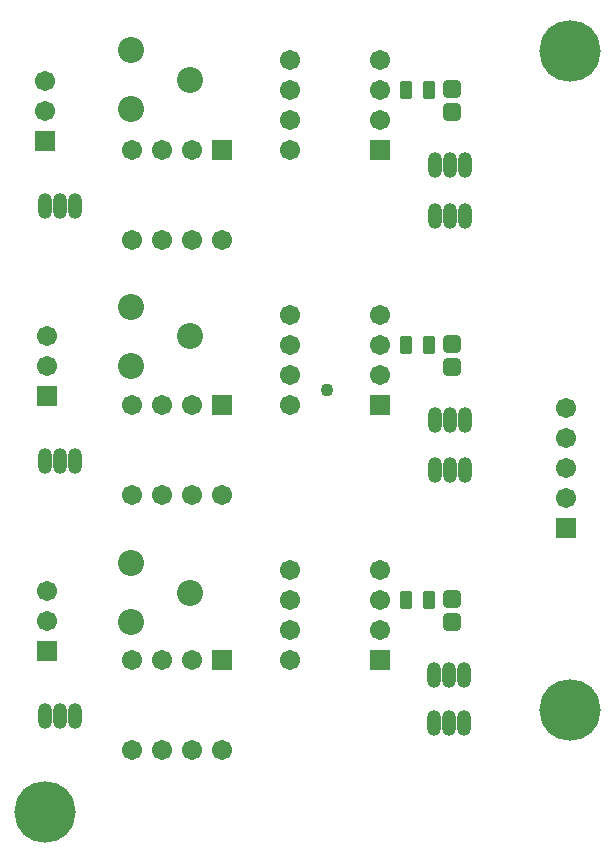
<source format=gts>
G04 Layer_Color=8388736*
%FSLAX44Y44*%
%MOMM*%
G71*
G01*
G75*
G04:AMPARAMS|DCode=33|XSize=1.5032mm|YSize=1.0032mm|CornerRadius=0.2016mm|HoleSize=0mm|Usage=FLASHONLY|Rotation=270.000|XOffset=0mm|YOffset=0mm|HoleType=Round|Shape=RoundedRectangle|*
%AMROUNDEDRECTD33*
21,1,1.5032,0.6000,0,0,270.0*
21,1,1.1000,1.0032,0,0,270.0*
1,1,0.4032,-0.3000,-0.5500*
1,1,0.4032,-0.3000,0.5500*
1,1,0.4032,0.3000,0.5500*
1,1,0.4032,0.3000,-0.5500*
%
%ADD33ROUNDEDRECTD33*%
G04:AMPARAMS|DCode=34|XSize=1.4732mm|YSize=1.4732mm|CornerRadius=0.2604mm|HoleSize=0mm|Usage=FLASHONLY|Rotation=270.000|XOffset=0mm|YOffset=0mm|HoleType=Round|Shape=RoundedRectangle|*
%AMROUNDEDRECTD34*
21,1,1.4732,0.9525,0,0,270.0*
21,1,0.9525,1.4732,0,0,270.0*
1,1,0.5207,-0.4763,-0.4763*
1,1,0.5207,-0.4763,0.4763*
1,1,0.5207,0.4763,0.4763*
1,1,0.5207,0.4763,-0.4763*
%
%ADD34ROUNDEDRECTD34*%
%ADD35C,5.2032*%
%ADD36R,1.7032X1.7032*%
%ADD37C,1.7032*%
%ADD38R,1.7032X1.7032*%
%ADD39O,1.2032X2.2032*%
%ADD40O,1.2032X2.2032*%
%ADD41C,2.2032*%
%ADD42C,1.1032*%
D33*
X352900Y207010D02*
D03*
X332900D02*
D03*
X352900Y422910D02*
D03*
X332900D02*
D03*
X352900Y638810D02*
D03*
X332900D02*
D03*
D34*
X372110Y188595D02*
D03*
Y207645D02*
D03*
Y404495D02*
D03*
Y423545D02*
D03*
Y620395D02*
D03*
Y639445D02*
D03*
D35*
X27940Y27940D02*
D03*
X472440Y671830D02*
D03*
Y114300D02*
D03*
D36*
X311150Y588010D02*
D03*
Y156210D02*
D03*
Y372110D02*
D03*
D37*
Y613410D02*
D03*
Y638810D02*
D03*
Y664210D02*
D03*
X234950Y588010D02*
D03*
Y613410D02*
D03*
Y638810D02*
D03*
Y664210D02*
D03*
X311150Y181610D02*
D03*
Y207010D02*
D03*
Y232410D02*
D03*
X234950Y156210D02*
D03*
Y181610D02*
D03*
Y207010D02*
D03*
Y232410D02*
D03*
X27940Y621030D02*
D03*
Y646430D02*
D03*
X152400Y588010D02*
D03*
X127000D02*
D03*
X101600D02*
D03*
X177800Y511810D02*
D03*
X152400D02*
D03*
X127000D02*
D03*
X101600D02*
D03*
X29210Y189230D02*
D03*
Y214630D02*
D03*
X152400Y156210D02*
D03*
X127000D02*
D03*
X101600D02*
D03*
X177800Y80010D02*
D03*
X152400D02*
D03*
X127000D02*
D03*
X101600D02*
D03*
X311150Y397510D02*
D03*
Y422910D02*
D03*
Y448310D02*
D03*
X234950Y372110D02*
D03*
Y397510D02*
D03*
Y422910D02*
D03*
Y448310D02*
D03*
X29210Y405130D02*
D03*
Y430530D02*
D03*
X152400Y372110D02*
D03*
X127000D02*
D03*
X101600D02*
D03*
X177800Y295910D02*
D03*
X152400D02*
D03*
X127000D02*
D03*
X101600D02*
D03*
X468630Y369570D02*
D03*
Y344170D02*
D03*
Y318770D02*
D03*
Y293370D02*
D03*
D38*
X27940Y595630D02*
D03*
X177800Y588010D02*
D03*
X29210Y163830D02*
D03*
X177800Y156210D02*
D03*
X29210Y379730D02*
D03*
X177800Y372110D02*
D03*
X468630Y267970D02*
D03*
D39*
X27940Y541020D02*
D03*
X40640D02*
D03*
X27940Y109220D02*
D03*
X40640D02*
D03*
X27940Y325120D02*
D03*
X40640D02*
D03*
X382270Y102870D02*
D03*
X369570D02*
D03*
X383540Y317500D02*
D03*
X370840D02*
D03*
X383540Y532130D02*
D03*
X370840D02*
D03*
X356870Y143510D02*
D03*
X369570D02*
D03*
X358140Y359410D02*
D03*
X370840D02*
D03*
X358140Y575310D02*
D03*
X370840D02*
D03*
D40*
X53340Y541020D02*
D03*
Y109220D02*
D03*
Y325120D02*
D03*
X356870Y102870D02*
D03*
X358140Y317500D02*
D03*
Y532130D02*
D03*
X382270Y143510D02*
D03*
X383540Y359410D02*
D03*
Y575310D02*
D03*
D41*
X100730Y622700D02*
D03*
Y672700D02*
D03*
X150730Y647700D02*
D03*
X100730Y188360D02*
D03*
Y238360D02*
D03*
X150730Y213360D02*
D03*
X100730Y405530D02*
D03*
Y455530D02*
D03*
X150730Y430530D02*
D03*
D42*
X266700Y384810D02*
D03*
M02*

</source>
